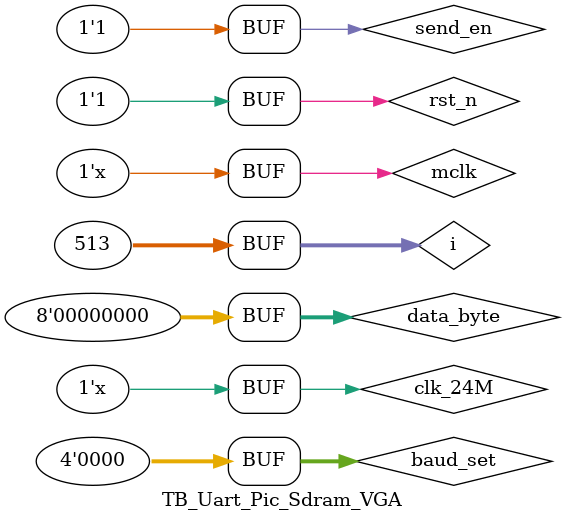
<source format=v>
`timescale      1ns/1ps

module TB_Uart_Pic_Sdram_VGA;

reg                   clk_24M;
reg                   rst_n;

wire                    lcd_hs;         //ÐÐÍ¬²½ÐÅºÅ
wire                    lcd_vs;         //³¡Í¬²½ÐÅºÅ
wire                    lcd_blank;
wire                    lcd_dclk;  	//lcd pixel clock
wire      [15:0]              lcd_data;

//UART_Byte_Tx ports	
reg 			mclk;
//reg 			rst_n;	
reg 			send_en;//Ê±ÖÓ·ÖÆµÊ¹ÄÜ	
wire 	[3:0] 	baud_set = 0;//Ñ¡Ôñ²¨ÌØÂÊ	
reg 	[7:0] 	data_byte;//ÐèÒª·¢ËÍµÄÐÅºÅ	
//wire	 	 	uart_state;//´®¿Ú×´Ì¬	
wire	 	 	tx_done;//±êÖ¾´®¿Ú½áÊøÐÅºÅ	
wire	 	 	rs232_tx;//´®¿ÚÐÅºÅÊä³ö


//-------------------------------------------------------
//SDRAM signal
wire            sdram_clk;
wire            sdram_cke;
wire            sdram_cs_n;
wire            sdram_ras_n;
wire            sdram_cas_n;
wire            sdram_we_n;
wire    [1:0]   sdram_bank;
wire    [11:0]  sdram_addr;
wire    [15:0]  sdram_data;
wire    [1:0]   sdram_dqm;

Uart_Pic_Sdram_VGA Uart_Pic_Sdram_VGA_inst(
    .clk_24M            (clk_24M    ),
    .rst_n              (rst_n      ),
    .rs232_rx           (rs232_tx   ),
    .sdram_clk          (sdram_clk  ),
    .sdram_cke          (sdram_cke  ),
    .sdram_cs_n         (sdram_cs_n ),
    .sdram_ras_n        (sdram_ras_n),
    .sdram_cas_n        (sdram_cas_n),
    .sdram_we_n         (sdram_we_n ),
    .sdram_bank         (sdram_bank ),
    .sdram_addr         (sdram_addr ),
    .sdram_data         (sdram_data ),
    .sdram_dqm          (sdram_dqm  ),
    .lcd_hs             (lcd_hs     ),         //ÐÐÍ¬²½ÐÅºÅ
	.lcd_vs             (lcd_vs     ),         //³¡Í¬²½ÐÅºÅ
    .lcd_blank          (lcd_blank  ),
    .lcd_dclk           (lcd_dclk   ),   	//lcd pixel clock
    .lcd_data           (lcd_data   )
);

defparam    sdram_model_plus_inst.addr_bits = 12;
defparam    sdram_model_plus_inst.data_bits = 16;
defparam    sdram_model_plus_inst.col_bits  = 8;
defparam    sdram_model_plus_inst.mem_sizes = 1048576 - 1;   //1M
    

sdram_model_plus sdram_model_plus_inst(
    .Dq                     (sdram_data), 
    .Addr                   (sdram_addr), 
    .Ba                     (sdram_bank), 
    .Clk                    (sdram_clk),    
    .Cke                    (sdram_cke), 
    .Cs_n                   (sdram_cs_n), 
    .Ras_n                  (sdram_ras_n),
    .Cas_n                  (sdram_cas_n), 
    .We_n                   (sdram_we_n), 
    .Dqm                    (sdram_dqm),
    .Debug                  (1'b1)      //·ÂÕæÄ£ÐÍÔÚµ÷ÊÔÄ£Ê½ÏÂ°Ñdebug¶¨ÒåÎª1
);


//UART_Byte_Tx
UART_Byte_Tx uut_UART_Byte_Tx(
	.mclk					(mclk),
	.rst_n					(rst_n),	
	.send_en				(send_en),//Ê±ÖÓ·ÖÆµÊ¹ÄÜ	
	.baud_set				(baud_set),//Ñ¡Ôñ²¨ÌØÂÊ	
	.data_byte				(data_byte),//ÐèÒª·¢ËÍµÄÐÅºÅ	
	.uart_state				(),//´®¿Ú×´Ì¬	
	.tx_done				(tx_done),//±êÖ¾´®¿Ú½áÊøÐÅºÅ	
	.rs232_tx				(rs232_tx)//´®¿ÚÐÅºÅÊä³ö   
 );

always #10 mclk = ~mclk;
always #20 clk_24M = ~clk_24M;

integer i; 

initial begin
	clk_24M = 0;
	mclk = 0;
	rst_n = 0;
	send_en = 0;
	data_byte = 0;

#100; rst_n = 1'b1;
#210000
	send_en = 1;
	for(i = 1; i <= 512; i = i + 1)begin
		#7040 data_byte = i;
	end

end


endmodule

</source>
